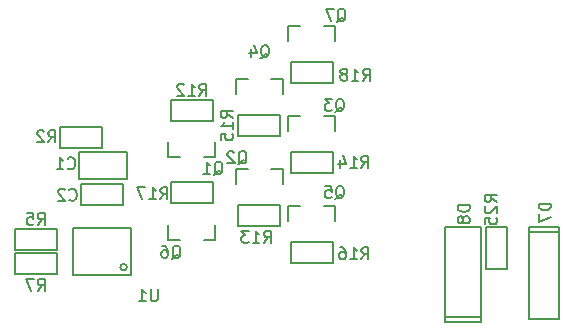
<source format=gbo>
G04 (created by PCBNEW (2013-07-07 BZR 4022)-stable) date 3/3/2015 11:44:30 PM*
%MOIN*%
G04 Gerber Fmt 3.4, Leading zero omitted, Abs format*
%FSLAX34Y34*%
G01*
G70*
G90*
G04 APERTURE LIST*
%ADD10C,0.00590551*%
%ADD11C,0.008*%
%ADD12C,0.005*%
%ADD13C,0.006*%
G04 APERTURE END LIST*
G54D10*
G54D11*
X40550Y-45600D02*
X41950Y-45600D01*
X41950Y-45600D02*
X41950Y-44900D01*
X41950Y-44900D02*
X40550Y-44900D01*
X40550Y-44900D02*
X40550Y-45600D01*
X40856Y-44053D02*
X40462Y-44053D01*
X40462Y-44053D02*
X40462Y-43561D01*
X41643Y-44053D02*
X42037Y-44053D01*
X42037Y-44053D02*
X42037Y-43561D01*
X45643Y-45696D02*
X46037Y-45696D01*
X46037Y-45696D02*
X46037Y-46188D01*
X44856Y-45696D02*
X44462Y-45696D01*
X44462Y-45696D02*
X44462Y-46188D01*
X40856Y-46803D02*
X40462Y-46803D01*
X40462Y-46803D02*
X40462Y-46311D01*
X41643Y-46803D02*
X42037Y-46803D01*
X42037Y-46803D02*
X42037Y-46311D01*
X45643Y-39696D02*
X46037Y-39696D01*
X46037Y-39696D02*
X46037Y-40188D01*
X44856Y-39696D02*
X44462Y-39696D01*
X44462Y-39696D02*
X44462Y-40188D01*
X43893Y-41446D02*
X44287Y-41446D01*
X44287Y-41446D02*
X44287Y-41938D01*
X43106Y-41446D02*
X42712Y-41446D01*
X42712Y-41446D02*
X42712Y-41938D01*
X45643Y-42696D02*
X46037Y-42696D01*
X46037Y-42696D02*
X46037Y-43188D01*
X44856Y-42696D02*
X44462Y-42696D01*
X44462Y-42696D02*
X44462Y-43188D01*
X43893Y-44446D02*
X44287Y-44446D01*
X44287Y-44446D02*
X44287Y-44938D01*
X43106Y-44446D02*
X42712Y-44446D01*
X42712Y-44446D02*
X42712Y-44938D01*
X49700Y-46400D02*
X49700Y-49550D01*
X49700Y-49550D02*
X50900Y-49550D01*
X50900Y-49550D02*
X50900Y-46400D01*
X49700Y-49400D02*
X50900Y-49400D01*
X49700Y-46400D02*
X50900Y-46400D01*
X53500Y-46550D02*
X53500Y-46400D01*
X53500Y-46400D02*
X52500Y-46400D01*
X52500Y-46400D02*
X52500Y-46550D01*
X53500Y-49450D02*
X53500Y-46550D01*
X53500Y-46550D02*
X52500Y-46550D01*
X52500Y-46550D02*
X52500Y-49450D01*
X52500Y-49450D02*
X53500Y-49450D01*
X45950Y-43900D02*
X44550Y-43900D01*
X44550Y-43900D02*
X44550Y-44600D01*
X44550Y-44600D02*
X45950Y-44600D01*
X45950Y-44600D02*
X45950Y-43900D01*
X44200Y-42650D02*
X42800Y-42650D01*
X42800Y-42650D02*
X42800Y-43350D01*
X42800Y-43350D02*
X44200Y-43350D01*
X44200Y-43350D02*
X44200Y-42650D01*
X45950Y-40900D02*
X44550Y-40900D01*
X44550Y-40900D02*
X44550Y-41600D01*
X44550Y-41600D02*
X45950Y-41600D01*
X45950Y-41600D02*
X45950Y-40900D01*
X40550Y-42850D02*
X41950Y-42850D01*
X41950Y-42850D02*
X41950Y-42150D01*
X41950Y-42150D02*
X40550Y-42150D01*
X40550Y-42150D02*
X40550Y-42850D01*
X44200Y-45650D02*
X42800Y-45650D01*
X42800Y-45650D02*
X42800Y-46350D01*
X42800Y-46350D02*
X44200Y-46350D01*
X44200Y-46350D02*
X44200Y-45650D01*
X45950Y-46900D02*
X44550Y-46900D01*
X44550Y-46900D02*
X44550Y-47600D01*
X44550Y-47600D02*
X45950Y-47600D01*
X45950Y-47600D02*
X45950Y-46900D01*
X35350Y-47950D02*
X36750Y-47950D01*
X36750Y-47950D02*
X36750Y-47250D01*
X36750Y-47250D02*
X35350Y-47250D01*
X35350Y-47250D02*
X35350Y-47950D01*
X35350Y-47150D02*
X36750Y-47150D01*
X36750Y-47150D02*
X36750Y-46450D01*
X36750Y-46450D02*
X35350Y-46450D01*
X35350Y-46450D02*
X35350Y-47150D01*
X36850Y-43750D02*
X38250Y-43750D01*
X38250Y-43750D02*
X38250Y-43050D01*
X38250Y-43050D02*
X36850Y-43050D01*
X36850Y-43050D02*
X36850Y-43750D01*
X51750Y-47800D02*
X51750Y-46400D01*
X51750Y-46400D02*
X51050Y-46400D01*
X51050Y-46400D02*
X51050Y-47800D01*
X51050Y-47800D02*
X51750Y-47800D01*
X39100Y-43900D02*
X37500Y-43900D01*
X37500Y-43900D02*
X37500Y-44800D01*
X37500Y-44800D02*
X39100Y-44800D01*
X39100Y-44800D02*
X39100Y-43900D01*
X38950Y-44950D02*
X37550Y-44950D01*
X37550Y-44950D02*
X37550Y-45650D01*
X37550Y-45650D02*
X38950Y-45650D01*
X38950Y-45650D02*
X38950Y-44950D01*
G54D12*
X39225Y-47975D02*
X37275Y-47975D01*
X37275Y-47975D02*
X37275Y-46425D01*
X37275Y-46425D02*
X39225Y-46425D01*
X39225Y-46425D02*
X39225Y-47975D01*
X39086Y-47725D02*
G75*
G03X39086Y-47725I-111J0D01*
G74*
G01*
G54D10*
X40203Y-45459D02*
X40334Y-45271D01*
X40428Y-45459D02*
X40428Y-45065D01*
X40278Y-45065D01*
X40240Y-45084D01*
X40221Y-45103D01*
X40203Y-45140D01*
X40203Y-45196D01*
X40221Y-45234D01*
X40240Y-45253D01*
X40278Y-45271D01*
X40428Y-45271D01*
X39828Y-45459D02*
X40053Y-45459D01*
X39940Y-45459D02*
X39940Y-45065D01*
X39978Y-45121D01*
X40015Y-45159D01*
X40053Y-45178D01*
X39696Y-45065D02*
X39434Y-45065D01*
X39603Y-45459D01*
X41987Y-44646D02*
X42024Y-44628D01*
X42062Y-44590D01*
X42118Y-44534D01*
X42156Y-44515D01*
X42193Y-44515D01*
X42174Y-44609D02*
X42212Y-44590D01*
X42249Y-44553D01*
X42268Y-44478D01*
X42268Y-44346D01*
X42249Y-44271D01*
X42212Y-44234D01*
X42174Y-44215D01*
X42099Y-44215D01*
X42062Y-44234D01*
X42024Y-44271D01*
X42006Y-44346D01*
X42006Y-44478D01*
X42024Y-44553D01*
X42062Y-44590D01*
X42099Y-44609D01*
X42174Y-44609D01*
X41631Y-44609D02*
X41856Y-44609D01*
X41743Y-44609D02*
X41743Y-44215D01*
X41781Y-44271D01*
X41818Y-44309D01*
X41856Y-44328D01*
X46037Y-45446D02*
X46074Y-45428D01*
X46112Y-45390D01*
X46168Y-45334D01*
X46206Y-45315D01*
X46243Y-45315D01*
X46224Y-45409D02*
X46262Y-45390D01*
X46299Y-45353D01*
X46318Y-45278D01*
X46318Y-45146D01*
X46299Y-45071D01*
X46262Y-45034D01*
X46224Y-45015D01*
X46149Y-45015D01*
X46112Y-45034D01*
X46074Y-45071D01*
X46056Y-45146D01*
X46056Y-45278D01*
X46074Y-45353D01*
X46112Y-45390D01*
X46149Y-45409D01*
X46224Y-45409D01*
X45700Y-45015D02*
X45887Y-45015D01*
X45906Y-45203D01*
X45887Y-45184D01*
X45850Y-45165D01*
X45756Y-45165D01*
X45718Y-45184D01*
X45700Y-45203D01*
X45681Y-45240D01*
X45681Y-45334D01*
X45700Y-45371D01*
X45718Y-45390D01*
X45756Y-45409D01*
X45850Y-45409D01*
X45887Y-45390D01*
X45906Y-45371D01*
X40587Y-47446D02*
X40624Y-47428D01*
X40662Y-47390D01*
X40718Y-47334D01*
X40756Y-47315D01*
X40793Y-47315D01*
X40774Y-47409D02*
X40812Y-47390D01*
X40849Y-47353D01*
X40868Y-47278D01*
X40868Y-47146D01*
X40849Y-47071D01*
X40812Y-47034D01*
X40774Y-47015D01*
X40699Y-47015D01*
X40662Y-47034D01*
X40624Y-47071D01*
X40606Y-47146D01*
X40606Y-47278D01*
X40624Y-47353D01*
X40662Y-47390D01*
X40699Y-47409D01*
X40774Y-47409D01*
X40268Y-47015D02*
X40343Y-47015D01*
X40381Y-47034D01*
X40400Y-47053D01*
X40437Y-47109D01*
X40456Y-47184D01*
X40456Y-47334D01*
X40437Y-47371D01*
X40418Y-47390D01*
X40381Y-47409D01*
X40306Y-47409D01*
X40268Y-47390D01*
X40250Y-47371D01*
X40231Y-47334D01*
X40231Y-47240D01*
X40250Y-47203D01*
X40268Y-47184D01*
X40306Y-47165D01*
X40381Y-47165D01*
X40418Y-47184D01*
X40437Y-47203D01*
X40456Y-47240D01*
X46087Y-39546D02*
X46124Y-39528D01*
X46162Y-39490D01*
X46218Y-39434D01*
X46256Y-39415D01*
X46293Y-39415D01*
X46274Y-39509D02*
X46312Y-39490D01*
X46349Y-39453D01*
X46368Y-39378D01*
X46368Y-39246D01*
X46349Y-39171D01*
X46312Y-39134D01*
X46274Y-39115D01*
X46199Y-39115D01*
X46162Y-39134D01*
X46124Y-39171D01*
X46106Y-39246D01*
X46106Y-39378D01*
X46124Y-39453D01*
X46162Y-39490D01*
X46199Y-39509D01*
X46274Y-39509D01*
X45975Y-39115D02*
X45712Y-39115D01*
X45881Y-39509D01*
X43537Y-40757D02*
X43574Y-40739D01*
X43612Y-40701D01*
X43668Y-40645D01*
X43706Y-40626D01*
X43743Y-40626D01*
X43724Y-40720D02*
X43762Y-40701D01*
X43799Y-40664D01*
X43818Y-40589D01*
X43818Y-40457D01*
X43799Y-40382D01*
X43762Y-40345D01*
X43724Y-40326D01*
X43649Y-40326D01*
X43612Y-40345D01*
X43574Y-40382D01*
X43556Y-40457D01*
X43556Y-40589D01*
X43574Y-40664D01*
X43612Y-40701D01*
X43649Y-40720D01*
X43724Y-40720D01*
X43218Y-40457D02*
X43218Y-40720D01*
X43312Y-40307D02*
X43406Y-40589D01*
X43162Y-40589D01*
X46037Y-42546D02*
X46074Y-42528D01*
X46112Y-42490D01*
X46168Y-42434D01*
X46206Y-42415D01*
X46243Y-42415D01*
X46224Y-42509D02*
X46262Y-42490D01*
X46299Y-42453D01*
X46318Y-42378D01*
X46318Y-42246D01*
X46299Y-42171D01*
X46262Y-42134D01*
X46224Y-42115D01*
X46149Y-42115D01*
X46112Y-42134D01*
X46074Y-42171D01*
X46056Y-42246D01*
X46056Y-42378D01*
X46074Y-42453D01*
X46112Y-42490D01*
X46149Y-42509D01*
X46224Y-42509D01*
X45925Y-42115D02*
X45681Y-42115D01*
X45812Y-42265D01*
X45756Y-42265D01*
X45718Y-42284D01*
X45700Y-42303D01*
X45681Y-42340D01*
X45681Y-42434D01*
X45700Y-42471D01*
X45718Y-42490D01*
X45756Y-42509D01*
X45868Y-42509D01*
X45906Y-42490D01*
X45925Y-42471D01*
X42787Y-44296D02*
X42824Y-44278D01*
X42862Y-44240D01*
X42918Y-44184D01*
X42956Y-44165D01*
X42993Y-44165D01*
X42974Y-44259D02*
X43012Y-44240D01*
X43049Y-44203D01*
X43068Y-44128D01*
X43068Y-43996D01*
X43049Y-43921D01*
X43012Y-43884D01*
X42974Y-43865D01*
X42899Y-43865D01*
X42862Y-43884D01*
X42824Y-43921D01*
X42806Y-43996D01*
X42806Y-44128D01*
X42824Y-44203D01*
X42862Y-44240D01*
X42899Y-44259D01*
X42974Y-44259D01*
X42656Y-43903D02*
X42637Y-43884D01*
X42600Y-43865D01*
X42506Y-43865D01*
X42468Y-43884D01*
X42450Y-43903D01*
X42431Y-43940D01*
X42431Y-43978D01*
X42450Y-44034D01*
X42675Y-44259D01*
X42431Y-44259D01*
X50509Y-45659D02*
X50115Y-45659D01*
X50115Y-45753D01*
X50134Y-45809D01*
X50171Y-45846D01*
X50209Y-45865D01*
X50284Y-45884D01*
X50340Y-45884D01*
X50415Y-45865D01*
X50453Y-45846D01*
X50490Y-45809D01*
X50509Y-45753D01*
X50509Y-45659D01*
X50284Y-46109D02*
X50265Y-46071D01*
X50246Y-46053D01*
X50209Y-46034D01*
X50190Y-46034D01*
X50153Y-46053D01*
X50134Y-46071D01*
X50115Y-46109D01*
X50115Y-46184D01*
X50134Y-46221D01*
X50153Y-46240D01*
X50190Y-46259D01*
X50209Y-46259D01*
X50246Y-46240D01*
X50265Y-46221D01*
X50284Y-46184D01*
X50284Y-46109D01*
X50303Y-46071D01*
X50321Y-46053D01*
X50359Y-46034D01*
X50434Y-46034D01*
X50471Y-46053D01*
X50490Y-46071D01*
X50509Y-46109D01*
X50509Y-46184D01*
X50490Y-46221D01*
X50471Y-46240D01*
X50434Y-46259D01*
X50359Y-46259D01*
X50321Y-46240D01*
X50303Y-46221D01*
X50284Y-46184D01*
X53209Y-45609D02*
X52815Y-45609D01*
X52815Y-45703D01*
X52834Y-45759D01*
X52871Y-45796D01*
X52909Y-45815D01*
X52984Y-45834D01*
X53040Y-45834D01*
X53115Y-45815D01*
X53153Y-45796D01*
X53190Y-45759D01*
X53209Y-45703D01*
X53209Y-45609D01*
X52815Y-45965D02*
X52815Y-46228D01*
X53209Y-46059D01*
X46903Y-44409D02*
X47034Y-44221D01*
X47128Y-44409D02*
X47128Y-44015D01*
X46978Y-44015D01*
X46940Y-44034D01*
X46921Y-44053D01*
X46903Y-44090D01*
X46903Y-44146D01*
X46921Y-44184D01*
X46940Y-44203D01*
X46978Y-44221D01*
X47128Y-44221D01*
X46528Y-44409D02*
X46753Y-44409D01*
X46640Y-44409D02*
X46640Y-44015D01*
X46678Y-44071D01*
X46715Y-44109D01*
X46753Y-44128D01*
X46190Y-44146D02*
X46190Y-44409D01*
X46284Y-43996D02*
X46378Y-44278D01*
X46134Y-44278D01*
X42609Y-42746D02*
X42421Y-42615D01*
X42609Y-42521D02*
X42215Y-42521D01*
X42215Y-42671D01*
X42234Y-42709D01*
X42253Y-42728D01*
X42290Y-42746D01*
X42346Y-42746D01*
X42384Y-42728D01*
X42403Y-42709D01*
X42421Y-42671D01*
X42421Y-42521D01*
X42609Y-43121D02*
X42609Y-42896D01*
X42609Y-43009D02*
X42215Y-43009D01*
X42271Y-42971D01*
X42309Y-42934D01*
X42328Y-42896D01*
X42215Y-43478D02*
X42215Y-43290D01*
X42403Y-43271D01*
X42384Y-43290D01*
X42365Y-43328D01*
X42365Y-43421D01*
X42384Y-43459D01*
X42403Y-43478D01*
X42440Y-43496D01*
X42534Y-43496D01*
X42571Y-43478D01*
X42590Y-43459D01*
X42609Y-43421D01*
X42609Y-43328D01*
X42590Y-43290D01*
X42571Y-43271D01*
X46953Y-41509D02*
X47084Y-41321D01*
X47178Y-41509D02*
X47178Y-41115D01*
X47028Y-41115D01*
X46990Y-41134D01*
X46971Y-41153D01*
X46953Y-41190D01*
X46953Y-41246D01*
X46971Y-41284D01*
X46990Y-41303D01*
X47028Y-41321D01*
X47178Y-41321D01*
X46578Y-41509D02*
X46803Y-41509D01*
X46690Y-41509D02*
X46690Y-41115D01*
X46728Y-41171D01*
X46765Y-41209D01*
X46803Y-41228D01*
X46353Y-41284D02*
X46390Y-41265D01*
X46409Y-41246D01*
X46428Y-41209D01*
X46428Y-41190D01*
X46409Y-41153D01*
X46390Y-41134D01*
X46353Y-41115D01*
X46278Y-41115D01*
X46240Y-41134D01*
X46221Y-41153D01*
X46203Y-41190D01*
X46203Y-41209D01*
X46221Y-41246D01*
X46240Y-41265D01*
X46278Y-41284D01*
X46353Y-41284D01*
X46390Y-41303D01*
X46409Y-41321D01*
X46428Y-41359D01*
X46428Y-41434D01*
X46409Y-41471D01*
X46390Y-41490D01*
X46353Y-41509D01*
X46278Y-41509D01*
X46240Y-41490D01*
X46221Y-41471D01*
X46203Y-41434D01*
X46203Y-41359D01*
X46221Y-41321D01*
X46240Y-41303D01*
X46278Y-41284D01*
X41503Y-42009D02*
X41634Y-41821D01*
X41728Y-42009D02*
X41728Y-41615D01*
X41578Y-41615D01*
X41540Y-41634D01*
X41521Y-41653D01*
X41503Y-41690D01*
X41503Y-41746D01*
X41521Y-41784D01*
X41540Y-41803D01*
X41578Y-41821D01*
X41728Y-41821D01*
X41128Y-42009D02*
X41353Y-42009D01*
X41240Y-42009D02*
X41240Y-41615D01*
X41278Y-41671D01*
X41315Y-41709D01*
X41353Y-41728D01*
X40978Y-41653D02*
X40959Y-41634D01*
X40921Y-41615D01*
X40828Y-41615D01*
X40790Y-41634D01*
X40771Y-41653D01*
X40753Y-41690D01*
X40753Y-41728D01*
X40771Y-41784D01*
X40996Y-42009D01*
X40753Y-42009D01*
X43653Y-46909D02*
X43784Y-46721D01*
X43878Y-46909D02*
X43878Y-46515D01*
X43728Y-46515D01*
X43690Y-46534D01*
X43671Y-46553D01*
X43653Y-46590D01*
X43653Y-46646D01*
X43671Y-46684D01*
X43690Y-46703D01*
X43728Y-46721D01*
X43878Y-46721D01*
X43278Y-46909D02*
X43503Y-46909D01*
X43390Y-46909D02*
X43390Y-46515D01*
X43428Y-46571D01*
X43465Y-46609D01*
X43503Y-46628D01*
X43146Y-46515D02*
X42903Y-46515D01*
X43034Y-46665D01*
X42978Y-46665D01*
X42940Y-46684D01*
X42921Y-46703D01*
X42903Y-46740D01*
X42903Y-46834D01*
X42921Y-46871D01*
X42940Y-46890D01*
X42978Y-46909D01*
X43090Y-46909D01*
X43128Y-46890D01*
X43146Y-46871D01*
X46903Y-47459D02*
X47034Y-47271D01*
X47128Y-47459D02*
X47128Y-47065D01*
X46978Y-47065D01*
X46940Y-47084D01*
X46921Y-47103D01*
X46903Y-47140D01*
X46903Y-47196D01*
X46921Y-47234D01*
X46940Y-47253D01*
X46978Y-47271D01*
X47128Y-47271D01*
X46528Y-47459D02*
X46753Y-47459D01*
X46640Y-47459D02*
X46640Y-47065D01*
X46678Y-47121D01*
X46715Y-47159D01*
X46753Y-47178D01*
X46190Y-47065D02*
X46265Y-47065D01*
X46303Y-47084D01*
X46321Y-47103D01*
X46359Y-47159D01*
X46378Y-47234D01*
X46378Y-47384D01*
X46359Y-47421D01*
X46340Y-47440D01*
X46303Y-47459D01*
X46228Y-47459D01*
X46190Y-47440D01*
X46171Y-47421D01*
X46153Y-47384D01*
X46153Y-47290D01*
X46171Y-47253D01*
X46190Y-47234D01*
X46228Y-47215D01*
X46303Y-47215D01*
X46340Y-47234D01*
X46359Y-47253D01*
X46378Y-47290D01*
X36115Y-48509D02*
X36246Y-48321D01*
X36340Y-48509D02*
X36340Y-48115D01*
X36190Y-48115D01*
X36153Y-48134D01*
X36134Y-48153D01*
X36115Y-48190D01*
X36115Y-48246D01*
X36134Y-48284D01*
X36153Y-48303D01*
X36190Y-48321D01*
X36340Y-48321D01*
X35984Y-48115D02*
X35721Y-48115D01*
X35890Y-48509D01*
X36115Y-46309D02*
X36246Y-46121D01*
X36340Y-46309D02*
X36340Y-45915D01*
X36190Y-45915D01*
X36153Y-45934D01*
X36134Y-45953D01*
X36115Y-45990D01*
X36115Y-46046D01*
X36134Y-46084D01*
X36153Y-46103D01*
X36190Y-46121D01*
X36340Y-46121D01*
X35759Y-45915D02*
X35946Y-45915D01*
X35965Y-46103D01*
X35946Y-46084D01*
X35909Y-46065D01*
X35815Y-46065D01*
X35778Y-46084D01*
X35759Y-46103D01*
X35740Y-46140D01*
X35740Y-46234D01*
X35759Y-46271D01*
X35778Y-46290D01*
X35815Y-46309D01*
X35909Y-46309D01*
X35946Y-46290D01*
X35965Y-46271D01*
X36465Y-43559D02*
X36596Y-43371D01*
X36690Y-43559D02*
X36690Y-43165D01*
X36540Y-43165D01*
X36503Y-43184D01*
X36484Y-43203D01*
X36465Y-43240D01*
X36465Y-43296D01*
X36484Y-43334D01*
X36503Y-43353D01*
X36540Y-43371D01*
X36690Y-43371D01*
X36315Y-43203D02*
X36296Y-43184D01*
X36259Y-43165D01*
X36165Y-43165D01*
X36128Y-43184D01*
X36109Y-43203D01*
X36090Y-43240D01*
X36090Y-43278D01*
X36109Y-43334D01*
X36334Y-43559D01*
X36090Y-43559D01*
X51409Y-45546D02*
X51221Y-45415D01*
X51409Y-45321D02*
X51015Y-45321D01*
X51015Y-45471D01*
X51034Y-45509D01*
X51053Y-45528D01*
X51090Y-45546D01*
X51146Y-45546D01*
X51184Y-45528D01*
X51203Y-45509D01*
X51221Y-45471D01*
X51221Y-45321D01*
X51053Y-45696D02*
X51034Y-45715D01*
X51015Y-45753D01*
X51015Y-45846D01*
X51034Y-45884D01*
X51053Y-45903D01*
X51090Y-45921D01*
X51128Y-45921D01*
X51184Y-45903D01*
X51409Y-45678D01*
X51409Y-45921D01*
X51015Y-46278D02*
X51015Y-46090D01*
X51203Y-46071D01*
X51184Y-46090D01*
X51165Y-46128D01*
X51165Y-46221D01*
X51184Y-46259D01*
X51203Y-46278D01*
X51240Y-46296D01*
X51334Y-46296D01*
X51371Y-46278D01*
X51390Y-46259D01*
X51409Y-46221D01*
X51409Y-46128D01*
X51390Y-46090D01*
X51371Y-46071D01*
X37115Y-44421D02*
X37134Y-44440D01*
X37190Y-44459D01*
X37228Y-44459D01*
X37284Y-44440D01*
X37321Y-44403D01*
X37340Y-44365D01*
X37359Y-44290D01*
X37359Y-44234D01*
X37340Y-44159D01*
X37321Y-44121D01*
X37284Y-44084D01*
X37228Y-44065D01*
X37190Y-44065D01*
X37134Y-44084D01*
X37115Y-44103D01*
X36740Y-44459D02*
X36965Y-44459D01*
X36853Y-44459D02*
X36853Y-44065D01*
X36890Y-44121D01*
X36928Y-44159D01*
X36965Y-44178D01*
X37165Y-45471D02*
X37184Y-45490D01*
X37240Y-45509D01*
X37278Y-45509D01*
X37334Y-45490D01*
X37371Y-45453D01*
X37390Y-45415D01*
X37409Y-45340D01*
X37409Y-45284D01*
X37390Y-45209D01*
X37371Y-45171D01*
X37334Y-45134D01*
X37278Y-45115D01*
X37240Y-45115D01*
X37184Y-45134D01*
X37165Y-45153D01*
X37015Y-45153D02*
X36996Y-45134D01*
X36959Y-45115D01*
X36865Y-45115D01*
X36828Y-45134D01*
X36809Y-45153D01*
X36790Y-45190D01*
X36790Y-45228D01*
X36809Y-45284D01*
X37034Y-45509D01*
X36790Y-45509D01*
G54D13*
X40104Y-48461D02*
X40104Y-48785D01*
X40085Y-48823D01*
X40066Y-48842D01*
X40028Y-48861D01*
X39952Y-48861D01*
X39914Y-48842D01*
X39895Y-48823D01*
X39876Y-48785D01*
X39876Y-48461D01*
X39476Y-48861D02*
X39704Y-48861D01*
X39590Y-48861D02*
X39590Y-48461D01*
X39628Y-48519D01*
X39666Y-48557D01*
X39704Y-48576D01*
M02*

</source>
